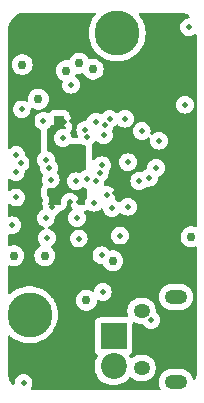
<source format=gbr>
%TF.GenerationSoftware,KiCad,Pcbnew,8.0.0*%
%TF.CreationDate,2025-01-24T21:55:31-08:00*%
%TF.ProjectId,Hope,486f7065-2e6b-4696-9361-645f70636258,rev?*%
%TF.SameCoordinates,Original*%
%TF.FileFunction,Copper,L2,Inr*%
%TF.FilePolarity,Positive*%
%FSLAX46Y46*%
G04 Gerber Fmt 4.6, Leading zero omitted, Abs format (unit mm)*
G04 Created by KiCad (PCBNEW 8.0.0) date 2025-01-24 21:55:31*
%MOMM*%
%LPD*%
G01*
G04 APERTURE LIST*
%TA.AperFunction,ComponentPad*%
%ADD10C,3.800000*%
%TD*%
%TA.AperFunction,ComponentPad*%
%ADD11O,1.400000X1.200000*%
%TD*%
%TA.AperFunction,ComponentPad*%
%ADD12O,1.900000X1.200000*%
%TD*%
%TA.AperFunction,ComponentPad*%
%ADD13R,2.200000X2.200000*%
%TD*%
%TA.AperFunction,ComponentPad*%
%ADD14C,2.200000*%
%TD*%
%TA.AperFunction,ViaPad*%
%ADD15C,0.500000*%
%TD*%
%TA.AperFunction,ViaPad*%
%ADD16C,0.750000*%
%TD*%
G04 APERTURE END LIST*
D10*
%TO.N,GND*%
%TO.C,H4*%
X2336800Y6908800D03*
%TD*%
D11*
%TO.N,unconnected-(J1-Shield-Pad6)*%
%TO.C,J1*%
X11824700Y7246000D03*
%TO.N,N/C*%
X11824700Y2406000D03*
D12*
X14724700Y1226000D03*
X14724700Y8426000D03*
%TD*%
D10*
%TO.N,GND*%
%TO.C,H3*%
X9753600Y30759400D03*
%TD*%
D13*
%TO.N,/Power/BATT POSTSW*%
%TO.C,J4*%
X9448800Y5080000D03*
D14*
%TO.N,GND*%
X9448800Y2540000D03*
%TD*%
D15*
%TO.N,GND*%
X7067600Y22555200D03*
X1219200Y20421600D03*
X12629688Y6467866D03*
X13287311Y21637067D03*
D16*
X3085000Y25159179D03*
X7147600Y8128000D03*
X9398000Y11480800D03*
X5435600Y27584400D03*
D15*
X5152619Y21864622D03*
D16*
X3631798Y11913802D03*
X7721600Y27686000D03*
D15*
X6350000Y15115600D03*
X5842000Y26388000D03*
D16*
X6553200Y28194000D03*
D15*
X10670063Y19819140D03*
D16*
X1727200Y28092400D03*
D15*
X10007600Y13616400D03*
X3708400Y15087600D03*
D16*
X16002000Y13512800D03*
D15*
X1205813Y16837144D03*
D16*
X1016000Y11913802D03*
D15*
X7206084Y21975989D03*
%TO.N,+1V1*%
X6493282Y16455476D03*
X5232400Y23215600D03*
X4224963Y15998331D03*
%TO.N,+3V3*%
X15798800Y28092400D03*
D16*
X4419600Y8686800D03*
D15*
X5749166Y16491803D03*
D16*
X1039217Y2719761D03*
X13284200Y22733000D03*
D15*
X9321800Y24888798D03*
X10552781Y21419140D03*
X1778000Y17965200D03*
X12298765Y20960165D03*
D16*
X11351686Y11608280D03*
D15*
X5951135Y23309665D03*
X9603324Y17183347D03*
X1828800Y21765200D03*
X3230642Y16630358D03*
%TO.N,+BATT*%
X8534400Y8839200D03*
X8432800Y11938000D03*
%TO.N,Net-(D1-K)*%
X15849600Y31242000D03*
%TO.N,Net-(D2-A)*%
X1828800Y1117600D03*
%TO.N,/MCU/QSPI_SS*%
X8859914Y17084121D03*
X9296400Y15951200D03*
%TO.N,/MCU/RUN*%
X1676400Y24292000D03*
X3517600Y23315340D03*
%TO.N,/MCU/LEDINDICATION*%
X8626400Y22098000D03*
X15494000Y24688800D03*
%TO.N,/MCU/DIO2*%
X8477739Y19570375D03*
%TO.N,/MCU/BUSY*%
X8686800Y22961600D03*
%TO.N,/MCU/DIO3*%
X8280400Y18897600D03*
%TO.N,/MCU/SCK*%
X3746144Y20014104D03*
%TO.N,/MCU/NSS*%
X1574800Y19761200D03*
%TO.N,/MCU/MISO*%
X4134468Y18358474D03*
%TO.N,/MCU/TXCOEN*%
X9117093Y23515200D03*
%TO.N,/MCU/MOSI*%
X4001164Y19340308D03*
%TO.N,/MCU/DIO1*%
X10423932Y23504400D03*
%TO.N,/MCU/QSPI_SD2*%
X10665580Y16050380D03*
X7810482Y16405197D03*
%TO.N,/MCU/QSPI_SCLK*%
X12446000Y18504920D03*
X7167850Y18418088D03*
%TO.N,/MCU/QSPI_SD3*%
X13055600Y19354800D03*
X6251826Y18215200D03*
%TO.N,/MCU/QSPI_SDO*%
X7924800Y18237200D03*
X11633200Y18237196D03*
%TO.N,/MCU/BATT SENSE *%
X6495470Y13365046D03*
X1168400Y18999200D03*
X3810000Y13411200D03*
X863600Y14478000D03*
%TO.N,/MCU/GPS_RX*%
X11836400Y22453600D03*
X7924800Y23266400D03*
%TD*%
%TA.AperFunction,Conductor*%
%TO.N,+1V1*%
G36*
X5211387Y23756077D02*
G01*
X5257142Y23703273D01*
X5267086Y23634115D01*
X5261389Y23610807D01*
X5214821Y23477727D01*
X5214821Y23477725D01*
X5195886Y23309668D01*
X5195886Y23309663D01*
X5214820Y23141609D01*
X5270680Y22981971D01*
X5270682Y22981968D01*
X5360653Y22838781D01*
X5360658Y22838775D01*
X5383196Y22816237D01*
X5416681Y22754914D01*
X5411697Y22685222D01*
X5369825Y22629289D01*
X5304361Y22604872D01*
X5281632Y22605336D01*
X5152623Y22619871D01*
X5152616Y22619871D01*
X4984562Y22600937D01*
X4824924Y22545077D01*
X4824921Y22545075D01*
X4681734Y22455104D01*
X4681728Y22455099D01*
X4562142Y22335513D01*
X4562137Y22335507D01*
X4472166Y22192320D01*
X4472164Y22192317D01*
X4416304Y22032679D01*
X4397370Y21864625D01*
X4397370Y21864620D01*
X4416304Y21696566D01*
X4472164Y21536928D01*
X4472166Y21536925D01*
X4562137Y21393738D01*
X4562142Y21393732D01*
X4681728Y21274146D01*
X4681734Y21274141D01*
X4824921Y21184170D01*
X4824924Y21184168D01*
X4824928Y21184167D01*
X4824929Y21184166D01*
X4897532Y21158762D01*
X4984562Y21128308D01*
X5152616Y21109373D01*
X5152619Y21109373D01*
X5152622Y21109373D01*
X5320675Y21128308D01*
X5361542Y21142608D01*
X5480309Y21184166D01*
X5480311Y21184168D01*
X5480313Y21184168D01*
X5480316Y21184170D01*
X5623503Y21274141D01*
X5623504Y21274142D01*
X5623509Y21274145D01*
X5650407Y21301043D01*
X5711730Y21334528D01*
X5738088Y21337362D01*
X6776099Y21337362D01*
X6842071Y21318356D01*
X6869625Y21301043D01*
X6878394Y21295533D01*
X7038025Y21239676D01*
X7038026Y21239676D01*
X7038029Y21239675D01*
X7043728Y21238374D01*
X7104708Y21204268D01*
X7137569Y21142608D01*
X7140135Y21118710D01*
X7158297Y19284303D01*
X7139277Y19217072D01*
X7086929Y19170796D01*
X7048187Y19159855D01*
X6999796Y19154403D01*
X6840157Y19098544D01*
X6840152Y19098541D01*
X6696962Y19008568D01*
X6637968Y18949574D01*
X6576644Y18916090D01*
X6509332Y18920215D01*
X6419886Y18951514D01*
X6251829Y18970449D01*
X6251823Y18970449D01*
X6083769Y18951515D01*
X5924131Y18895655D01*
X5924128Y18895653D01*
X5780941Y18805682D01*
X5780935Y18805677D01*
X5661349Y18686091D01*
X5661344Y18686085D01*
X5571373Y18542898D01*
X5571371Y18542895D01*
X5515511Y18383257D01*
X5496577Y18215203D01*
X5496577Y18215198D01*
X5515511Y18047144D01*
X5571371Y17887506D01*
X5571373Y17887503D01*
X5661344Y17744316D01*
X5661349Y17744310D01*
X5780935Y17624724D01*
X5780941Y17624719D01*
X5924128Y17534748D01*
X5924131Y17534746D01*
X5924135Y17534745D01*
X5924136Y17534744D01*
X5996739Y17509340D01*
X6083769Y17478886D01*
X6251823Y17459951D01*
X6251826Y17459951D01*
X6251829Y17459951D01*
X6419882Y17478886D01*
X6428641Y17481951D01*
X6579516Y17534744D01*
X6722716Y17624723D01*
X6781707Y17683715D01*
X6843027Y17717199D01*
X6910342Y17713074D01*
X6999790Y17681775D01*
X7065333Y17674390D01*
X7129748Y17647324D01*
X7169303Y17589730D01*
X7175445Y17552398D01*
X7182368Y16853152D01*
X7163369Y16785954D01*
X7130026Y16732889D01*
X7074167Y16573254D01*
X7055233Y16405200D01*
X7055233Y16405195D01*
X7062078Y16344446D01*
X7050024Y16275624D01*
X7002675Y16224245D01*
X6938858Y16206562D01*
X6611032Y16206562D01*
X6543993Y16226247D01*
X6498238Y16279051D01*
X6487812Y16344446D01*
X6504415Y16491801D01*
X6504415Y16491806D01*
X6485480Y16659860D01*
X6429620Y16819498D01*
X6429618Y16819501D01*
X6339647Y16962688D01*
X6339642Y16962694D01*
X6220056Y17082280D01*
X6220050Y17082285D01*
X6076863Y17172256D01*
X6076860Y17172258D01*
X5917222Y17228118D01*
X5749169Y17247052D01*
X5749163Y17247052D01*
X5581109Y17228118D01*
X5421471Y17172258D01*
X5421468Y17172256D01*
X5278281Y17082285D01*
X5278275Y17082280D01*
X5158689Y16962694D01*
X5158684Y16962688D01*
X5068713Y16819501D01*
X5068711Y16819498D01*
X5012851Y16659860D01*
X4993917Y16491806D01*
X4993917Y16491801D01*
X5010520Y16344446D01*
X4998466Y16275624D01*
X4951117Y16224244D01*
X4887300Y16206562D01*
X4052231Y16206562D01*
X3985192Y16226247D01*
X3939437Y16279051D01*
X3929493Y16348209D01*
X3935189Y16371517D01*
X3946974Y16405195D01*
X3966955Y16462299D01*
X3966955Y16462300D01*
X3966956Y16462302D01*
X3985891Y16630356D01*
X3985891Y16630361D01*
X3966955Y16798416D01*
X3911098Y16958049D01*
X3848133Y17058255D01*
X3829129Y17123300D01*
X3826331Y17498267D01*
X3845514Y17565447D01*
X3897975Y17611595D01*
X3964211Y17622408D01*
X4134465Y17603225D01*
X4134468Y17603225D01*
X4134471Y17603225D01*
X4302524Y17622160D01*
X4309849Y17624723D01*
X4462158Y17678018D01*
X4462160Y17678020D01*
X4462162Y17678020D01*
X4462165Y17678022D01*
X4605352Y17767993D01*
X4605353Y17767994D01*
X4605358Y17767997D01*
X4724945Y17887584D01*
X4814920Y18030777D01*
X4814922Y18030780D01*
X4814922Y18030782D01*
X4814924Y18030784D01*
X4870781Y18190415D01*
X4870781Y18190416D01*
X4870782Y18190418D01*
X4889717Y18358472D01*
X4889717Y18358477D01*
X4870782Y18526531D01*
X4840328Y18613561D01*
X4814924Y18686164D01*
X4814923Y18686165D01*
X4814922Y18686169D01*
X4814920Y18686172D01*
X4724949Y18829359D01*
X4724944Y18829365D01*
X4697547Y18856762D01*
X4664062Y18918085D01*
X4669046Y18987777D01*
X4680232Y19010410D01*
X4681620Y19012618D01*
X4737477Y19172249D01*
X4756413Y19340308D01*
X4745005Y19441558D01*
X4737478Y19508365D01*
X4681618Y19668003D01*
X4681616Y19668006D01*
X4591645Y19811193D01*
X4591640Y19811199D01*
X4532209Y19870630D01*
X4498724Y19931953D01*
X4496670Y19972193D01*
X4501393Y20014104D01*
X4501393Y20014107D01*
X4482458Y20182161D01*
X4426598Y20341799D01*
X4426596Y20341802D01*
X4336625Y20484989D01*
X4336620Y20484995D01*
X4217034Y20604581D01*
X4217028Y20604586D01*
X4073841Y20694557D01*
X4073836Y20694560D01*
X3972225Y20730115D01*
X3914203Y20750417D01*
X3914201Y20750418D01*
X3914199Y20750418D01*
X3911252Y20750750D01*
X3909480Y20751495D01*
X3907415Y20751966D01*
X3907497Y20752328D01*
X3846840Y20777820D01*
X3807288Y20835417D01*
X3801146Y20873041D01*
X3788781Y22529922D01*
X3807965Y22597103D01*
X3846802Y22635835D01*
X3988490Y22724863D01*
X4108077Y22844450D01*
X4167305Y22938710D01*
X4178003Y22955735D01*
X4230337Y23002025D01*
X4282996Y23013762D01*
X4394771Y23013762D01*
X4394771Y23651762D01*
X4414456Y23718801D01*
X4467260Y23764556D01*
X4518771Y23775762D01*
X5144348Y23775762D01*
X5211387Y23756077D01*
G37*
%TD.AperFunction*%
%TD*%
%TA.AperFunction,Conductor*%
%TO.N,+3V3*%
G36*
X7881206Y32479815D02*
G01*
X7926961Y32427011D01*
X7936905Y32357853D01*
X7909710Y32296459D01*
X7807716Y32173171D01*
X7807713Y32173167D01*
X7645868Y31918139D01*
X7645865Y31918133D01*
X7517261Y31644837D01*
X7517259Y31644832D01*
X7423920Y31357565D01*
X7367319Y31060854D01*
X7367318Y31060847D01*
X7348354Y30759406D01*
X7348354Y30759395D01*
X7367318Y30457954D01*
X7367319Y30457947D01*
X7423920Y30161236D01*
X7517259Y29873969D01*
X7517261Y29873964D01*
X7645865Y29600668D01*
X7645868Y29600662D01*
X7807711Y29345637D01*
X7807714Y29345633D01*
X7807715Y29345632D01*
X8000251Y29112896D01*
X8195402Y28929636D01*
X8220436Y28906128D01*
X8220446Y28906120D01*
X8464793Y28728592D01*
X8464798Y28728590D01*
X8464805Y28728584D01*
X8729496Y28583068D01*
X8729501Y28583066D01*
X8729503Y28583065D01*
X8729504Y28583064D01*
X9010334Y28471876D01*
X9010337Y28471875D01*
X9093768Y28450454D01*
X9302902Y28396758D01*
X9449639Y28378221D01*
X9602563Y28358901D01*
X9602569Y28358901D01*
X9602573Y28358900D01*
X9602575Y28358900D01*
X9904625Y28358900D01*
X9904627Y28358900D01*
X9904632Y28358901D01*
X9904636Y28358901D01*
X9984191Y28368952D01*
X10204298Y28396758D01*
X10496862Y28471875D01*
X10496865Y28471876D01*
X10777695Y28583064D01*
X10777696Y28583065D01*
X10777694Y28583065D01*
X10777704Y28583068D01*
X11042395Y28728584D01*
X11286762Y28906126D01*
X11506949Y29112896D01*
X11699485Y29345632D01*
X11861333Y29600664D01*
X11989941Y29873970D01*
X12083281Y30161240D01*
X12139880Y30457943D01*
X12139881Y30457954D01*
X12158846Y30759395D01*
X12158846Y30759406D01*
X12139881Y31060847D01*
X12139880Y31060854D01*
X12139880Y31060857D01*
X12083281Y31357560D01*
X11989941Y31644830D01*
X11957914Y31712890D01*
X11936365Y31758684D01*
X11861333Y31918136D01*
X11728801Y32126973D01*
X11699486Y32173167D01*
X11699483Y32173171D01*
X11597490Y32296459D01*
X11569924Y32360661D01*
X11581445Y32429575D01*
X11628394Y32481320D01*
X11693033Y32499500D01*
X14934108Y32499500D01*
X14995572Y32499500D01*
X15004418Y32499184D01*
X15204561Y32484870D01*
X15222063Y32482353D01*
X15413797Y32440645D01*
X15430755Y32435666D01*
X15614609Y32367091D01*
X15630701Y32359741D01*
X15802904Y32265712D01*
X15817789Y32256146D01*
X15872130Y32215466D01*
X15914001Y32159532D01*
X15918985Y32089841D01*
X15885499Y32028518D01*
X15824176Y31995034D01*
X15811703Y31992980D01*
X15681544Y31978315D01*
X15521905Y31922455D01*
X15521902Y31922453D01*
X15378715Y31832482D01*
X15378709Y31832477D01*
X15259123Y31712891D01*
X15259118Y31712885D01*
X15169147Y31569698D01*
X15169145Y31569695D01*
X15113285Y31410057D01*
X15094351Y31242003D01*
X15094351Y31241998D01*
X15113285Y31073944D01*
X15169145Y30914306D01*
X15169147Y30914303D01*
X15259118Y30771116D01*
X15259123Y30771110D01*
X15378709Y30651524D01*
X15378715Y30651519D01*
X15521902Y30561548D01*
X15521905Y30561546D01*
X15521909Y30561545D01*
X15521910Y30561544D01*
X15584503Y30539642D01*
X15681543Y30505686D01*
X15849597Y30486751D01*
X15849600Y30486751D01*
X15849603Y30486751D01*
X16017656Y30505686D01*
X16017659Y30505687D01*
X16177290Y30561544D01*
X16309528Y30644636D01*
X16376764Y30663636D01*
X16443599Y30643269D01*
X16488813Y30590001D01*
X16499500Y30539642D01*
X16499500Y14440596D01*
X16479815Y14373557D01*
X16427011Y14327802D01*
X16357853Y14317858D01*
X16325065Y14327316D01*
X16274033Y14350037D01*
X16094019Y14388300D01*
X15909981Y14388300D01*
X15729966Y14350037D01*
X15729961Y14350035D01*
X15561839Y14275181D01*
X15561834Y14275179D01*
X15412951Y14167009D01*
X15412949Y14167007D01*
X15289804Y14030239D01*
X15197786Y13870860D01*
X15197783Y13870854D01*
X15142989Y13702212D01*
X15140915Y13695829D01*
X15121678Y13512800D01*
X15140915Y13329771D01*
X15140916Y13329768D01*
X15197783Y13154747D01*
X15197786Y13154741D01*
X15289805Y12995360D01*
X15380924Y12894162D01*
X15412949Y12858594D01*
X15412951Y12858592D01*
X15561834Y12750422D01*
X15561835Y12750422D01*
X15561839Y12750419D01*
X15650331Y12711020D01*
X15729961Y12675566D01*
X15729966Y12675564D01*
X15909981Y12637300D01*
X16094019Y12637300D01*
X16274034Y12675564D01*
X16325064Y12698284D01*
X16394314Y12707569D01*
X16457590Y12677941D01*
X16494804Y12618807D01*
X16499500Y12585005D01*
X16499500Y2004428D01*
X16499184Y1995581D01*
X16484869Y1795443D01*
X16482351Y1777932D01*
X16440646Y1586213D01*
X16435661Y1569237D01*
X16389162Y1444571D01*
X16347291Y1388637D01*
X16281826Y1364221D01*
X16213553Y1379073D01*
X16164148Y1428479D01*
X16150508Y1468507D01*
X16148102Y1483701D01*
X16094573Y1648445D01*
X16015932Y1802788D01*
X15914114Y1942928D01*
X15791628Y2065414D01*
X15651488Y2167232D01*
X15497145Y2245873D01*
X15332401Y2299402D01*
X15332399Y2299403D01*
X15332398Y2299403D01*
X15200971Y2320219D01*
X15161311Y2326500D01*
X14288089Y2326500D01*
X14248428Y2320219D01*
X14117002Y2299403D01*
X13952252Y2245872D01*
X13797911Y2167232D01*
X13717956Y2109141D01*
X13657772Y2065414D01*
X13657770Y2065412D01*
X13657769Y2065412D01*
X13535288Y1942931D01*
X13535288Y1942930D01*
X13535286Y1942928D01*
X13491559Y1882744D01*
X13433468Y1802789D01*
X13354828Y1648448D01*
X13301297Y1483698D01*
X13274200Y1312611D01*
X13274200Y1139390D01*
X13300729Y971887D01*
X13301298Y968299D01*
X13334292Y866754D01*
X13354828Y803553D01*
X13417376Y680795D01*
X13430272Y612125D01*
X13403996Y547385D01*
X13346889Y507128D01*
X13306891Y500500D01*
X2551769Y500500D01*
X2484730Y520185D01*
X2438975Y572989D01*
X2429031Y642147D01*
X2446775Y690472D01*
X2484693Y750819D01*
X2509256Y789910D01*
X2565113Y949541D01*
X2565113Y949542D01*
X2565114Y949544D01*
X2584049Y1117598D01*
X2584049Y1117603D01*
X2565114Y1285657D01*
X2515138Y1428479D01*
X2509256Y1445290D01*
X2509255Y1445291D01*
X2509254Y1445295D01*
X2509252Y1445298D01*
X2419281Y1588485D01*
X2419276Y1588491D01*
X2299690Y1708077D01*
X2299684Y1708082D01*
X2156497Y1798053D01*
X2156494Y1798055D01*
X1996856Y1853915D01*
X1828803Y1872849D01*
X1828797Y1872849D01*
X1660743Y1853915D01*
X1501105Y1798055D01*
X1501102Y1798053D01*
X1357915Y1708082D01*
X1357909Y1708077D01*
X1238323Y1588491D01*
X1238318Y1588485D01*
X1148347Y1445298D01*
X1148345Y1445295D01*
X1092485Y1285657D01*
X1073551Y1117603D01*
X1073551Y1114349D01*
X1072956Y1112324D01*
X1072771Y1110680D01*
X1072483Y1110713D01*
X1053866Y1047310D01*
X1001062Y1001555D01*
X931904Y991611D01*
X868348Y1020636D01*
X850284Y1040038D01*
X775909Y1139390D01*
X743849Y1182216D01*
X734288Y1197096D01*
X640259Y1369299D01*
X632909Y1385391D01*
X610565Y1445298D01*
X564334Y1569245D01*
X559355Y1586203D01*
X517647Y1777937D01*
X515130Y1795444D01*
X514943Y1798053D01*
X500816Y1995582D01*
X500500Y2004428D01*
X500500Y2540000D01*
X7843351Y2540000D01*
X7863117Y2288849D01*
X7921926Y2043890D01*
X8018333Y1811141D01*
X8149960Y1596347D01*
X8149961Y1596344D01*
X8175377Y1566586D01*
X8313576Y1404776D01*
X8429813Y1305500D01*
X8505143Y1241162D01*
X8505146Y1241161D01*
X8719940Y1109534D01*
X8887720Y1040038D01*
X8952689Y1013127D01*
X9197652Y954317D01*
X9448800Y934551D01*
X9699948Y954317D01*
X9944911Y1013127D01*
X10177659Y1109534D01*
X10392459Y1241164D01*
X10584024Y1404776D01*
X10747636Y1596341D01*
X10752983Y1605067D01*
X10804788Y1651943D01*
X10873716Y1663372D01*
X10937882Y1635721D01*
X10946394Y1627964D01*
X11007772Y1566586D01*
X11147912Y1464768D01*
X11302255Y1386127D01*
X11466999Y1332598D01*
X11638089Y1305500D01*
X11638090Y1305500D01*
X12011310Y1305500D01*
X12011311Y1305500D01*
X12182401Y1332598D01*
X12347145Y1386127D01*
X12501488Y1464768D01*
X12641628Y1566586D01*
X12764114Y1689072D01*
X12865932Y1829212D01*
X12944573Y1983555D01*
X12998102Y2148299D01*
X13025200Y2319389D01*
X13025200Y2492611D01*
X12998102Y2663701D01*
X12944573Y2828445D01*
X12865932Y2982788D01*
X12764114Y3122928D01*
X12641628Y3245414D01*
X12501488Y3347232D01*
X12347145Y3425873D01*
X12182401Y3479402D01*
X12182399Y3479403D01*
X12182398Y3479403D01*
X12050971Y3500219D01*
X12011311Y3506500D01*
X11638089Y3506500D01*
X11598428Y3500219D01*
X11467002Y3479403D01*
X11302252Y3425872D01*
X11147907Y3347230D01*
X11037318Y3266882D01*
X10971512Y3243402D01*
X10903458Y3259228D01*
X10858706Y3302410D01*
X10798279Y3401017D01*
X10780034Y3468462D01*
X10801150Y3535065D01*
X10829691Y3565071D01*
X10906346Y3622454D01*
X10992596Y3737669D01*
X11042891Y3872517D01*
X11049300Y3932127D01*
X11049299Y6152666D01*
X11068984Y6219704D01*
X11121787Y6265459D01*
X11190946Y6275403D01*
X11229590Y6263152D01*
X11302255Y6226127D01*
X11466999Y6172598D01*
X11638089Y6145500D01*
X11877355Y6145500D01*
X11944394Y6125815D01*
X11982347Y6087474D01*
X12022627Y6023369D01*
X12039211Y5996976D01*
X12158797Y5877390D01*
X12158803Y5877385D01*
X12301990Y5787414D01*
X12301993Y5787412D01*
X12301997Y5787411D01*
X12301998Y5787410D01*
X12374601Y5762006D01*
X12461631Y5731552D01*
X12629685Y5712617D01*
X12629688Y5712617D01*
X12629691Y5712617D01*
X12797744Y5731552D01*
X12797747Y5731553D01*
X12957378Y5787410D01*
X12957380Y5787412D01*
X12957382Y5787412D01*
X12957385Y5787414D01*
X13100572Y5877385D01*
X13100573Y5877386D01*
X13100578Y5877389D01*
X13220165Y5996976D01*
X13277028Y6087472D01*
X13310140Y6140169D01*
X13310142Y6140172D01*
X13310142Y6140174D01*
X13310144Y6140176D01*
X13366001Y6299807D01*
X13366001Y6299808D01*
X13366002Y6299810D01*
X13384937Y6467864D01*
X13384937Y6467869D01*
X13366002Y6635923D01*
X13310142Y6795561D01*
X13310140Y6795564D01*
X13220169Y6938751D01*
X13220164Y6938757D01*
X13100580Y7058341D01*
X13100578Y7058343D01*
X13083225Y7069247D01*
X13036935Y7121583D01*
X13025200Y7174239D01*
X13025200Y7332611D01*
X13019972Y7365620D01*
X12998102Y7503701D01*
X12944573Y7668445D01*
X12865932Y7822788D01*
X12764114Y7962928D01*
X12641628Y8085414D01*
X12501488Y8187232D01*
X12347145Y8265873D01*
X12182401Y8319402D01*
X12182399Y8319403D01*
X12182398Y8319403D01*
X12056211Y8339389D01*
X13274200Y8339389D01*
X13277366Y8319402D01*
X13300778Y8171577D01*
X13301298Y8168299D01*
X13354827Y8003555D01*
X13433468Y7849212D01*
X13535286Y7709072D01*
X13657772Y7586586D01*
X13797912Y7484768D01*
X13952255Y7406127D01*
X14116999Y7352598D01*
X14288089Y7325500D01*
X14288090Y7325500D01*
X15161310Y7325500D01*
X15161311Y7325500D01*
X15332401Y7352598D01*
X15497145Y7406127D01*
X15651488Y7484768D01*
X15791628Y7586586D01*
X15914114Y7709072D01*
X16015932Y7849212D01*
X16094573Y8003555D01*
X16148102Y8168299D01*
X16175200Y8339389D01*
X16175200Y8512611D01*
X16148102Y8683701D01*
X16094573Y8848445D01*
X16015932Y9002788D01*
X15914114Y9142928D01*
X15791628Y9265414D01*
X15651488Y9367232D01*
X15497145Y9445873D01*
X15332401Y9499402D01*
X15332399Y9499403D01*
X15332398Y9499403D01*
X15200971Y9520219D01*
X15161311Y9526500D01*
X14288089Y9526500D01*
X14248428Y9520219D01*
X14117002Y9499403D01*
X13952252Y9445872D01*
X13797911Y9367232D01*
X13719264Y9310091D01*
X13657772Y9265414D01*
X13657770Y9265412D01*
X13657769Y9265412D01*
X13535288Y9142931D01*
X13535288Y9142930D01*
X13535286Y9142928D01*
X13493298Y9085137D01*
X13433468Y9002789D01*
X13354828Y8848448D01*
X13301297Y8683698D01*
X13280962Y8555306D01*
X13274200Y8512611D01*
X13274200Y8339389D01*
X12056211Y8339389D01*
X12050971Y8340219D01*
X12011311Y8346500D01*
X11638089Y8346500D01*
X11598428Y8340219D01*
X11467002Y8319403D01*
X11302252Y8265872D01*
X11147911Y8187232D01*
X11067956Y8129141D01*
X11007772Y8085414D01*
X11007770Y8085412D01*
X11007769Y8085412D01*
X10885288Y7962931D01*
X10885288Y7962930D01*
X10885286Y7962928D01*
X10841559Y7902744D01*
X10783468Y7822789D01*
X10704828Y7668448D01*
X10651297Y7503698D01*
X10624200Y7332611D01*
X10624200Y7159390D01*
X10651297Y6988302D01*
X10698568Y6842818D01*
X10700563Y6772977D01*
X10664483Y6713144D01*
X10601782Y6682316D01*
X10580637Y6680500D01*
X8300929Y6680500D01*
X8300923Y6680499D01*
X8241316Y6674092D01*
X8106471Y6623798D01*
X8106464Y6623794D01*
X7991255Y6537548D01*
X7991252Y6537545D01*
X7905006Y6422336D01*
X7905002Y6422329D01*
X7854708Y6287483D01*
X7848301Y6227884D01*
X7848300Y6227865D01*
X7848300Y3932130D01*
X7848301Y3932124D01*
X7854708Y3872517D01*
X7905002Y3737672D01*
X7905006Y3737665D01*
X7991252Y3622456D01*
X7991255Y3622453D01*
X8067904Y3565073D01*
X8109775Y3509139D01*
X8114759Y3439448D01*
X8099320Y3401017D01*
X8018333Y3268860D01*
X7921926Y3036111D01*
X7863117Y2791152D01*
X7843351Y2540000D01*
X500500Y2540000D01*
X500500Y5053645D01*
X520185Y5120684D01*
X572989Y5166439D01*
X642147Y5176383D01*
X705703Y5147358D01*
X709384Y5144037D01*
X803636Y5055528D01*
X803646Y5055520D01*
X1047993Y4877992D01*
X1047998Y4877990D01*
X1048005Y4877984D01*
X1312696Y4732468D01*
X1312701Y4732466D01*
X1312703Y4732465D01*
X1312704Y4732464D01*
X1593534Y4621276D01*
X1593537Y4621275D01*
X1691059Y4596236D01*
X1886102Y4546158D01*
X2032839Y4527621D01*
X2185763Y4508301D01*
X2185769Y4508301D01*
X2185773Y4508300D01*
X2185775Y4508300D01*
X2487825Y4508300D01*
X2487827Y4508300D01*
X2487832Y4508301D01*
X2487836Y4508301D01*
X2567391Y4518352D01*
X2787498Y4546158D01*
X3080062Y4621275D01*
X3080065Y4621276D01*
X3360895Y4732464D01*
X3360896Y4732465D01*
X3360894Y4732465D01*
X3360904Y4732468D01*
X3625595Y4877984D01*
X3869962Y5055526D01*
X4090149Y5262296D01*
X4282685Y5495032D01*
X4444533Y5750064D01*
X4573141Y6023370D01*
X4666481Y6310640D01*
X4723080Y6607343D01*
X4724115Y6623796D01*
X4742046Y6908795D01*
X4742046Y6908806D01*
X4723081Y7210247D01*
X4723080Y7210254D01*
X4723080Y7210257D01*
X4666481Y7506960D01*
X4573141Y7794230D01*
X4547268Y7849212D01*
X4474640Y8003555D01*
X4444533Y8067536D01*
X4406162Y8128000D01*
X6267278Y8128000D01*
X6286515Y7944971D01*
X6286516Y7944968D01*
X6343383Y7769947D01*
X6343386Y7769941D01*
X6435405Y7610560D01*
X6531621Y7503701D01*
X6558549Y7473794D01*
X6558551Y7473792D01*
X6707434Y7365622D01*
X6707435Y7365622D01*
X6707439Y7365619D01*
X6797548Y7325500D01*
X6875561Y7290766D01*
X6875566Y7290764D01*
X7055581Y7252500D01*
X7239619Y7252500D01*
X7419634Y7290764D01*
X7587761Y7365619D01*
X7736650Y7473793D01*
X7859795Y7610560D01*
X7951814Y7769941D01*
X8008685Y7944971D01*
X8021228Y8064320D01*
X8047813Y8128932D01*
X8105110Y8168917D01*
X8174929Y8171577D01*
X8199992Y8160850D01*
X8200434Y8161766D01*
X8206705Y8158746D01*
X8206709Y8158745D01*
X8206710Y8158744D01*
X8279313Y8133340D01*
X8366343Y8102886D01*
X8534397Y8083951D01*
X8534400Y8083951D01*
X8534403Y8083951D01*
X8702456Y8102886D01*
X8702459Y8102887D01*
X8862090Y8158744D01*
X8862092Y8158746D01*
X8862094Y8158746D01*
X8862097Y8158748D01*
X9005284Y8248719D01*
X9005285Y8248720D01*
X9005290Y8248723D01*
X9124877Y8368310D01*
X9214852Y8511503D01*
X9214854Y8511506D01*
X9214854Y8511508D01*
X9214856Y8511510D01*
X9270713Y8671141D01*
X9270713Y8671142D01*
X9270714Y8671144D01*
X9289649Y8839198D01*
X9289649Y8839203D01*
X9270714Y9007257D01*
X9240260Y9094287D01*
X9214856Y9166890D01*
X9214855Y9166891D01*
X9214854Y9166895D01*
X9214852Y9166898D01*
X9124881Y9310085D01*
X9124876Y9310091D01*
X9005290Y9429677D01*
X9005284Y9429682D01*
X8862097Y9519653D01*
X8862094Y9519655D01*
X8702456Y9575515D01*
X8534403Y9594449D01*
X8534397Y9594449D01*
X8366343Y9575515D01*
X8206705Y9519655D01*
X8206702Y9519653D01*
X8063515Y9429682D01*
X8063509Y9429677D01*
X7943923Y9310091D01*
X7943918Y9310085D01*
X7853947Y9166898D01*
X7853945Y9166895D01*
X7798086Y9007257D01*
X7793839Y8969568D01*
X7766771Y8905155D01*
X7709176Y8865601D01*
X7639339Y8863464D01*
X7597735Y8883135D01*
X7587764Y8890379D01*
X7587763Y8890380D01*
X7587761Y8890381D01*
X7526712Y8917562D01*
X7419638Y8965235D01*
X7419633Y8965237D01*
X7239619Y9003500D01*
X7055581Y9003500D01*
X6875566Y8965237D01*
X6875561Y8965235D01*
X6707439Y8890381D01*
X6707434Y8890379D01*
X6558551Y8782209D01*
X6558549Y8782207D01*
X6435404Y8645439D01*
X6343386Y8486060D01*
X6343383Y8486054D01*
X6286516Y8311033D01*
X6286515Y8311029D01*
X6267278Y8128000D01*
X4406162Y8128000D01*
X4386651Y8158744D01*
X4282688Y8322564D01*
X4268769Y8339389D01*
X4090149Y8555304D01*
X3869962Y8762074D01*
X3869959Y8762076D01*
X3869953Y8762081D01*
X3625606Y8939609D01*
X3625599Y8939614D01*
X3625595Y8939616D01*
X3360904Y9085132D01*
X3360901Y9085134D01*
X3360896Y9085136D01*
X3360895Y9085137D01*
X3080065Y9196325D01*
X3080062Y9196326D01*
X2787495Y9271443D01*
X2487836Y9309300D01*
X2487827Y9309300D01*
X2185773Y9309300D01*
X2185763Y9309300D01*
X1886104Y9271443D01*
X1593537Y9196326D01*
X1593534Y9196325D01*
X1312704Y9085137D01*
X1312703Y9085136D01*
X1048005Y8939616D01*
X1047993Y8939609D01*
X803646Y8762081D01*
X803636Y8762073D01*
X709384Y8673564D01*
X647039Y8642022D01*
X577538Y8649193D01*
X522948Y8692800D01*
X500599Y8759000D01*
X500500Y8763956D01*
X500500Y10994021D01*
X520185Y11061060D01*
X572989Y11106815D01*
X642147Y11116759D01*
X674936Y11107300D01*
X743961Y11076568D01*
X743966Y11076566D01*
X923981Y11038302D01*
X1108019Y11038302D01*
X1288034Y11076566D01*
X1456161Y11151421D01*
X1605050Y11259595D01*
X1728195Y11396362D01*
X1820214Y11555743D01*
X1877085Y11730773D01*
X1896322Y11913802D01*
X2751476Y11913802D01*
X2770713Y11730773D01*
X2770714Y11730770D01*
X2827581Y11555749D01*
X2827584Y11555743D01*
X2919603Y11396362D01*
X3008374Y11297771D01*
X3042747Y11259596D01*
X3042749Y11259594D01*
X3191632Y11151424D01*
X3191633Y11151424D01*
X3191637Y11151421D01*
X3291824Y11106815D01*
X3359759Y11076568D01*
X3359764Y11076566D01*
X3539779Y11038302D01*
X3723817Y11038302D01*
X3903832Y11076566D01*
X4071959Y11151421D01*
X4220848Y11259595D01*
X4343993Y11396362D01*
X4436012Y11555743D01*
X4492883Y11730773D01*
X4512120Y11913802D01*
X4509577Y11937998D01*
X7677551Y11937998D01*
X7696485Y11769944D01*
X7752345Y11610306D01*
X7752347Y11610303D01*
X7842318Y11467116D01*
X7842323Y11467110D01*
X7961909Y11347524D01*
X7961915Y11347519D01*
X8105102Y11257548D01*
X8105105Y11257546D01*
X8105109Y11257545D01*
X8105110Y11257544D01*
X8177713Y11232140D01*
X8264743Y11201686D01*
X8432797Y11182751D01*
X8432799Y11182751D01*
X8432799Y11182752D01*
X8432800Y11182751D01*
X8470744Y11187027D01*
X8539565Y11174974D01*
X8590945Y11127626D01*
X8592016Y11125807D01*
X8593785Y11122742D01*
X8593786Y11122741D01*
X8685805Y10963360D01*
X8795327Y10841723D01*
X8808949Y10826594D01*
X8808951Y10826592D01*
X8957834Y10718422D01*
X8957835Y10718422D01*
X8957839Y10718419D01*
X9094953Y10657372D01*
X9125961Y10643566D01*
X9125966Y10643564D01*
X9305981Y10605300D01*
X9490019Y10605300D01*
X9670034Y10643564D01*
X9838161Y10718419D01*
X9987050Y10826593D01*
X10110195Y10963360D01*
X10202214Y11122741D01*
X10259085Y11297771D01*
X10278322Y11480800D01*
X10259085Y11663829D01*
X10202214Y11838859D01*
X10110195Y11998240D01*
X9987050Y12135007D01*
X9987048Y12135009D01*
X9838165Y12243179D01*
X9838162Y12243181D01*
X9838161Y12243181D01*
X9773745Y12271861D01*
X9670038Y12318035D01*
X9670033Y12318037D01*
X9490019Y12356300D01*
X9305981Y12356300D01*
X9170441Y12327490D01*
X9100774Y12332806D01*
X9045040Y12374943D01*
X9039667Y12382807D01*
X9023279Y12408887D01*
X9023278Y12408889D01*
X8903690Y12528477D01*
X8903684Y12528482D01*
X8760497Y12618453D01*
X8760494Y12618455D01*
X8600856Y12674315D01*
X8432803Y12693249D01*
X8432797Y12693249D01*
X8264743Y12674315D01*
X8105105Y12618455D01*
X8105102Y12618453D01*
X7961915Y12528482D01*
X7961909Y12528477D01*
X7842323Y12408891D01*
X7842318Y12408885D01*
X7752347Y12265698D01*
X7752345Y12265695D01*
X7696485Y12106057D01*
X7677551Y11938003D01*
X7677551Y11937998D01*
X4509577Y11937998D01*
X4492883Y12096831D01*
X4455859Y12210779D01*
X4436014Y12271856D01*
X4436011Y12271862D01*
X4343993Y12431242D01*
X4220848Y12568009D01*
X4210499Y12575528D01*
X4167834Y12630858D01*
X4161856Y12700472D01*
X4194463Y12762266D01*
X4217409Y12780836D01*
X4280890Y12820723D01*
X4400477Y12940310D01*
X4400481Y12940316D01*
X4490452Y13083503D01*
X4490454Y13083506D01*
X4490454Y13083508D01*
X4490456Y13083510D01*
X4546313Y13243141D01*
X4546313Y13243142D01*
X4546314Y13243144D01*
X4560049Y13365044D01*
X5740221Y13365044D01*
X5759155Y13196990D01*
X5815015Y13037352D01*
X5815017Y13037349D01*
X5904988Y12894162D01*
X5904993Y12894156D01*
X6024579Y12774570D01*
X6024585Y12774565D01*
X6167772Y12684594D01*
X6167775Y12684592D01*
X6167779Y12684591D01*
X6167780Y12684590D01*
X6240383Y12659186D01*
X6327413Y12628732D01*
X6495467Y12609797D01*
X6495470Y12609797D01*
X6495473Y12609797D01*
X6663526Y12628732D01*
X6688012Y12637300D01*
X6823160Y12684590D01*
X6823162Y12684592D01*
X6823164Y12684592D01*
X6823167Y12684594D01*
X6966354Y12774565D01*
X6966355Y12774566D01*
X6966360Y12774569D01*
X7085947Y12894156D01*
X7085951Y12894162D01*
X7175922Y13037349D01*
X7175924Y13037352D01*
X7175924Y13037354D01*
X7175926Y13037356D01*
X7231783Y13196987D01*
X7231783Y13196988D01*
X7231784Y13196990D01*
X7250719Y13365044D01*
X7250719Y13365049D01*
X7231784Y13533103D01*
X7202638Y13616398D01*
X9252351Y13616398D01*
X9271285Y13448344D01*
X9327145Y13288706D01*
X9327147Y13288703D01*
X9417118Y13145516D01*
X9417123Y13145510D01*
X9536709Y13025924D01*
X9536715Y13025919D01*
X9679902Y12935948D01*
X9679905Y12935946D01*
X9679909Y12935945D01*
X9679910Y12935944D01*
X9752513Y12910540D01*
X9839543Y12880086D01*
X10007597Y12861151D01*
X10007600Y12861151D01*
X10007603Y12861151D01*
X10175656Y12880086D01*
X10215883Y12894162D01*
X10335290Y12935944D01*
X10335292Y12935946D01*
X10335294Y12935946D01*
X10335297Y12935948D01*
X10478484Y13025919D01*
X10478485Y13025920D01*
X10478490Y13025923D01*
X10598077Y13145510D01*
X10603881Y13154747D01*
X10688052Y13288703D01*
X10688054Y13288706D01*
X10688054Y13288708D01*
X10688056Y13288710D01*
X10743913Y13448341D01*
X10743913Y13448342D01*
X10743914Y13448344D01*
X10762849Y13616398D01*
X10762849Y13616403D01*
X10743914Y13784457D01*
X10707851Y13887519D01*
X10688056Y13944090D01*
X10688055Y13944091D01*
X10688054Y13944095D01*
X10688052Y13944098D01*
X10598081Y14087285D01*
X10598076Y14087291D01*
X10478490Y14206877D01*
X10478484Y14206882D01*
X10335297Y14296853D01*
X10335294Y14296855D01*
X10175656Y14352715D01*
X10007603Y14371649D01*
X10007597Y14371649D01*
X9839543Y14352715D01*
X9679905Y14296855D01*
X9679902Y14296853D01*
X9536715Y14206882D01*
X9536709Y14206877D01*
X9417123Y14087291D01*
X9417118Y14087285D01*
X9327147Y13944098D01*
X9327145Y13944095D01*
X9271285Y13784457D01*
X9252351Y13616403D01*
X9252351Y13616398D01*
X7202638Y13616398D01*
X7175924Y13692741D01*
X7175922Y13692744D01*
X7085951Y13835931D01*
X7085946Y13835937D01*
X6966360Y13955523D01*
X6966354Y13955528D01*
X6823167Y14045499D01*
X6823164Y14045501D01*
X6663526Y14101361D01*
X6495473Y14120295D01*
X6495467Y14120295D01*
X6327413Y14101361D01*
X6167775Y14045501D01*
X6167772Y14045499D01*
X6024585Y13955528D01*
X6024579Y13955523D01*
X5904993Y13835937D01*
X5904988Y13835931D01*
X5815017Y13692744D01*
X5815015Y13692741D01*
X5759155Y13533103D01*
X5740221Y13365049D01*
X5740221Y13365044D01*
X4560049Y13365044D01*
X4565249Y13411198D01*
X4565249Y13411203D01*
X4546314Y13579257D01*
X4490454Y13738895D01*
X4490452Y13738898D01*
X4400481Y13882085D01*
X4400476Y13882091D01*
X4280890Y14001677D01*
X4280884Y14001682D01*
X4137697Y14091653D01*
X4137694Y14091655D01*
X3971486Y14149813D01*
X3972435Y14152527D01*
X3922712Y14180376D01*
X3889888Y14242056D01*
X3895622Y14311690D01*
X3938093Y14367170D01*
X3970375Y14384150D01*
X4036090Y14407144D01*
X4036093Y14407147D01*
X4036097Y14407148D01*
X4179284Y14497119D01*
X4179285Y14497120D01*
X4179290Y14497123D01*
X4298877Y14616710D01*
X4316471Y14644710D01*
X4388852Y14759903D01*
X4388854Y14759906D01*
X4388854Y14759908D01*
X4388856Y14759910D01*
X4444713Y14919541D01*
X4444713Y14919542D01*
X4444714Y14919544D01*
X4463649Y15087598D01*
X4463649Y15087603D01*
X4453135Y15180913D01*
X4465189Y15249735D01*
X4512538Y15301114D01*
X4535398Y15311838D01*
X4552653Y15317875D01*
X4552658Y15317879D01*
X4552660Y15317879D01*
X4695847Y15407850D01*
X4695848Y15407851D01*
X4695853Y15407854D01*
X4815440Y15527441D01*
X4897171Y15657515D01*
X4949502Y15703803D01*
X4985452Y15714409D01*
X5022275Y15719415D01*
X5086092Y15737097D01*
X5211275Y15790830D01*
X5322844Y15881681D01*
X5370193Y15933061D01*
X5370194Y15933063D01*
X5370242Y15933135D01*
X5374906Y15939891D01*
X5375043Y15940125D01*
X5451647Y16051667D01*
X5496386Y16188414D01*
X5508440Y16257236D01*
X5509215Y16282568D01*
X5530939Y16348973D01*
X5585117Y16393093D01*
X5654547Y16400918D01*
X5717186Y16369964D01*
X5753146Y16310059D01*
X5756377Y16292665D01*
X5756968Y16287420D01*
X5812827Y16127782D01*
X5812829Y16127779D01*
X5902800Y15984592D01*
X5902805Y15984586D01*
X5954751Y15932640D01*
X5988236Y15871317D01*
X5983252Y15801625D01*
X5941380Y15745692D01*
X5933043Y15739966D01*
X5879111Y15706079D01*
X5759523Y15586491D01*
X5759518Y15586485D01*
X5669547Y15443298D01*
X5669545Y15443295D01*
X5613685Y15283657D01*
X5594751Y15115603D01*
X5594751Y15115598D01*
X5613685Y14947544D01*
X5669545Y14787906D01*
X5669547Y14787903D01*
X5759518Y14644716D01*
X5759523Y14644710D01*
X5879109Y14525124D01*
X5879115Y14525119D01*
X6022302Y14435148D01*
X6022305Y14435146D01*
X6022309Y14435145D01*
X6022310Y14435144D01*
X6094913Y14409740D01*
X6181943Y14379286D01*
X6349997Y14360351D01*
X6350000Y14360351D01*
X6350003Y14360351D01*
X6518056Y14379286D01*
X6518059Y14379287D01*
X6677690Y14435144D01*
X6677692Y14435146D01*
X6677694Y14435146D01*
X6677697Y14435148D01*
X6820884Y14525119D01*
X6820885Y14525120D01*
X6820890Y14525123D01*
X6940477Y14644710D01*
X6940481Y14644716D01*
X7030452Y14787903D01*
X7030454Y14787906D01*
X7030454Y14787908D01*
X7030456Y14787910D01*
X7086313Y14947541D01*
X7086313Y14947542D01*
X7086314Y14947544D01*
X7105249Y15115598D01*
X7105249Y15115603D01*
X7086314Y15283657D01*
X7042857Y15407850D01*
X7030456Y15443290D01*
X7030454Y15443293D01*
X7030454Y15443294D01*
X6976393Y15529330D01*
X6957392Y15596567D01*
X6977759Y15663402D01*
X7031027Y15708616D01*
X7064678Y15718172D01*
X7073841Y15719417D01*
X7137658Y15737100D01*
X7262829Y15790828D01*
X7262829Y15790829D01*
X7270759Y15794232D01*
X7272181Y15790918D01*
X7323317Y15804492D01*
X7386052Y15785527D01*
X7482789Y15724743D01*
X7482787Y15724743D01*
X7482791Y15724742D01*
X7482792Y15724741D01*
X7528875Y15708616D01*
X7642425Y15668883D01*
X7810479Y15649948D01*
X7810482Y15649948D01*
X7810485Y15649948D01*
X7978538Y15668883D01*
X8004813Y15678077D01*
X8138172Y15724741D01*
X8138174Y15724743D01*
X8138176Y15724743D01*
X8138179Y15724745D01*
X8281366Y15814716D01*
X8281366Y15814717D01*
X8281372Y15814720D01*
X8346596Y15879945D01*
X8407915Y15913427D01*
X8477607Y15908443D01*
X8533541Y15866572D01*
X8557494Y15806146D01*
X8560086Y15783144D01*
X8615945Y15623506D01*
X8615947Y15623503D01*
X8705918Y15480316D01*
X8705923Y15480310D01*
X8825509Y15360724D01*
X8825515Y15360719D01*
X8968702Y15270748D01*
X8968705Y15270746D01*
X8968709Y15270745D01*
X8968710Y15270744D01*
X9028751Y15249735D01*
X9128343Y15214886D01*
X9296397Y15195951D01*
X9296400Y15195951D01*
X9296403Y15195951D01*
X9464456Y15214886D01*
X9464459Y15214887D01*
X9624090Y15270744D01*
X9624092Y15270746D01*
X9624094Y15270746D01*
X9624097Y15270748D01*
X9767284Y15360719D01*
X9767285Y15360720D01*
X9767290Y15360723D01*
X9886877Y15480310D01*
X9915055Y15525155D01*
X9967388Y15571446D01*
X10036441Y15582095D01*
X10100290Y15553720D01*
X10107729Y15546864D01*
X10194689Y15459904D01*
X10194695Y15459899D01*
X10337882Y15369928D01*
X10337885Y15369926D01*
X10337889Y15369925D01*
X10337890Y15369924D01*
X10364197Y15360719D01*
X10497523Y15314066D01*
X10665577Y15295131D01*
X10665580Y15295131D01*
X10665583Y15295131D01*
X10833636Y15314066D01*
X10833639Y15314067D01*
X10993270Y15369924D01*
X10993272Y15369926D01*
X10993274Y15369926D01*
X10993277Y15369928D01*
X11136464Y15459899D01*
X11136465Y15459900D01*
X11136470Y15459903D01*
X11256057Y15579490D01*
X11257694Y15582095D01*
X11346032Y15722683D01*
X11346034Y15722686D01*
X11346034Y15722688D01*
X11346036Y15722690D01*
X11401893Y15882321D01*
X11401893Y15882322D01*
X11401894Y15882324D01*
X11420829Y16050378D01*
X11420829Y16050383D01*
X11401894Y16218437D01*
X11353352Y16357162D01*
X11346036Y16378070D01*
X11346035Y16378071D01*
X11346034Y16378075D01*
X11346032Y16378078D01*
X11256061Y16521265D01*
X11256056Y16521271D01*
X11136470Y16640857D01*
X11136464Y16640862D01*
X10993277Y16730833D01*
X10993274Y16730835D01*
X10833636Y16786695D01*
X10665583Y16805629D01*
X10665577Y16805629D01*
X10497523Y16786695D01*
X10337885Y16730835D01*
X10337882Y16730833D01*
X10194695Y16640862D01*
X10194689Y16640857D01*
X10075103Y16521271D01*
X10075101Y16521268D01*
X10046924Y16476425D01*
X9994589Y16430134D01*
X9925535Y16419487D01*
X9861687Y16447863D01*
X9854250Y16454717D01*
X9767290Y16541677D01*
X9767284Y16541682D01*
X9624097Y16631653D01*
X9617817Y16634677D01*
X9618811Y16636743D01*
X9570856Y16671153D01*
X9545121Y16736111D01*
X9551560Y16788409D01*
X9596227Y16916060D01*
X9596227Y16916062D01*
X9615163Y17084119D01*
X9615163Y17084124D01*
X9596228Y17252178D01*
X9552768Y17376378D01*
X9540370Y17411811D01*
X9540369Y17411812D01*
X9540368Y17411816D01*
X9540366Y17411819D01*
X9450395Y17555006D01*
X9450390Y17555012D01*
X9330804Y17674598D01*
X9330798Y17674603D01*
X9187611Y17764574D01*
X9187608Y17764576D01*
X9027970Y17820436D01*
X8859917Y17839370D01*
X8859910Y17839370D01*
X8765357Y17828717D01*
X8696535Y17840772D01*
X8645156Y17888121D01*
X8627532Y17955732D01*
X8634433Y17992892D01*
X8661113Y18069139D01*
X8661113Y18069142D01*
X8676414Y18204937D01*
X8689968Y18237194D01*
X10877951Y18237194D01*
X10896885Y18069140D01*
X10952745Y17909502D01*
X10952747Y17909499D01*
X11042718Y17766312D01*
X11042722Y17766307D01*
X11162309Y17646720D01*
X11162315Y17646715D01*
X11305502Y17556744D01*
X11305505Y17556742D01*
X11305509Y17556741D01*
X11305510Y17556740D01*
X11310466Y17555006D01*
X11465143Y17500882D01*
X11633197Y17481947D01*
X11633200Y17481947D01*
X11633203Y17481947D01*
X11801256Y17500882D01*
X11849025Y17517597D01*
X11960890Y17556740D01*
X11960892Y17556742D01*
X11960894Y17556742D01*
X11960897Y17556744D01*
X12104084Y17646715D01*
X12104084Y17646716D01*
X12104090Y17646719D01*
X12189017Y17731647D01*
X12250336Y17765129D01*
X12290579Y17767183D01*
X12445998Y17749671D01*
X12446000Y17749671D01*
X12446003Y17749671D01*
X12614056Y17768606D01*
X12657358Y17783758D01*
X12773690Y17824464D01*
X12773692Y17824466D01*
X12773694Y17824466D01*
X12773697Y17824468D01*
X12916884Y17914439D01*
X12916885Y17914440D01*
X12916890Y17914443D01*
X13036477Y18034030D01*
X13036481Y18034036D01*
X13126452Y18177223D01*
X13126454Y18177226D01*
X13126454Y18177228D01*
X13126456Y18177230D01*
X13182313Y18336861D01*
X13182313Y18336862D01*
X13182314Y18336864D01*
X13192929Y18431083D01*
X13201249Y18504920D01*
X13200860Y18508368D01*
X13201249Y18510586D01*
X13201249Y18511884D01*
X13201476Y18511884D01*
X13212911Y18577186D01*
X13260258Y18628568D01*
X13283120Y18639294D01*
X13383290Y18674344D01*
X13383292Y18674345D01*
X13383297Y18674348D01*
X13526484Y18764319D01*
X13526485Y18764320D01*
X13526490Y18764323D01*
X13646077Y18883910D01*
X13702376Y18973509D01*
X13736052Y19027103D01*
X13736054Y19027106D01*
X13736054Y19027108D01*
X13736056Y19027110D01*
X13791913Y19186741D01*
X13791913Y19186742D01*
X13791914Y19186744D01*
X13810849Y19354798D01*
X13810849Y19354803D01*
X13791914Y19522857D01*
X13736054Y19682495D01*
X13736052Y19682498D01*
X13646081Y19825685D01*
X13646076Y19825691D01*
X13526490Y19945277D01*
X13526484Y19945282D01*
X13383297Y20035253D01*
X13383294Y20035255D01*
X13223656Y20091115D01*
X13055603Y20110049D01*
X13055597Y20110049D01*
X12887543Y20091115D01*
X12727905Y20035255D01*
X12727902Y20035253D01*
X12584715Y19945282D01*
X12584709Y19945277D01*
X12465123Y19825691D01*
X12465118Y19825685D01*
X12375147Y19682498D01*
X12375145Y19682495D01*
X12319285Y19522857D01*
X12300351Y19354803D01*
X12300351Y19354800D01*
X12300740Y19351346D01*
X12300351Y19349126D01*
X12300351Y19347837D01*
X12300125Y19347837D01*
X12288682Y19282524D01*
X12241331Y19231147D01*
X12218474Y19220426D01*
X12118313Y19185378D01*
X12118302Y19185373D01*
X11975115Y19095402D01*
X11975108Y19095396D01*
X11890183Y19010472D01*
X11828860Y18976987D01*
X11788620Y18974934D01*
X11633204Y18992445D01*
X11633197Y18992445D01*
X11465143Y18973511D01*
X11305505Y18917651D01*
X11305502Y18917649D01*
X11162315Y18827678D01*
X11162309Y18827673D01*
X11042723Y18708087D01*
X11042718Y18708081D01*
X10952747Y18564894D01*
X10952745Y18564891D01*
X10896885Y18405253D01*
X10877951Y18237199D01*
X10877951Y18237194D01*
X8689968Y18237194D01*
X8703480Y18269351D01*
X8733663Y18296048D01*
X8751290Y18307123D01*
X8870877Y18426710D01*
X8873625Y18431083D01*
X8960852Y18569903D01*
X8960854Y18569906D01*
X8960854Y18569908D01*
X8960856Y18569910D01*
X9016713Y18729541D01*
X9016713Y18729542D01*
X9016714Y18729544D01*
X9035649Y18897598D01*
X9035649Y18897603D01*
X9025189Y18990432D01*
X9037243Y19059254D01*
X9060728Y19091998D01*
X9068216Y19099485D01*
X9158195Y19242685D01*
X9214052Y19402316D01*
X9214052Y19402317D01*
X9214053Y19402319D01*
X9232988Y19570373D01*
X9232988Y19570378D01*
X9214053Y19738432D01*
X9185813Y19819138D01*
X9914814Y19819138D01*
X9933748Y19651084D01*
X9989608Y19491446D01*
X9989610Y19491443D01*
X10079581Y19348256D01*
X10079586Y19348250D01*
X10199172Y19228664D01*
X10199178Y19228659D01*
X10342365Y19138688D01*
X10342368Y19138686D01*
X10342372Y19138685D01*
X10342373Y19138684D01*
X10414976Y19113280D01*
X10502006Y19082826D01*
X10670060Y19063891D01*
X10670063Y19063891D01*
X10670066Y19063891D01*
X10838119Y19082826D01*
X10838122Y19082827D01*
X10997753Y19138684D01*
X10997755Y19138686D01*
X10997757Y19138686D01*
X10997760Y19138688D01*
X11140947Y19228659D01*
X11140948Y19228660D01*
X11140953Y19228663D01*
X11260540Y19348250D01*
X11260544Y19348256D01*
X11350515Y19491443D01*
X11350517Y19491446D01*
X11350517Y19491448D01*
X11350519Y19491450D01*
X11406376Y19651081D01*
X11406376Y19651082D01*
X11406377Y19651084D01*
X11425312Y19819138D01*
X11425312Y19819143D01*
X11406377Y19987197D01*
X11350517Y20146835D01*
X11350515Y20146838D01*
X11260544Y20290025D01*
X11260539Y20290031D01*
X11140953Y20409617D01*
X11140947Y20409622D01*
X10997760Y20499593D01*
X10997757Y20499595D01*
X10838119Y20555455D01*
X10670066Y20574389D01*
X10670060Y20574389D01*
X10502006Y20555455D01*
X10342368Y20499595D01*
X10342365Y20499593D01*
X10199178Y20409622D01*
X10199172Y20409617D01*
X10079586Y20290031D01*
X10079581Y20290025D01*
X9989610Y20146838D01*
X9989608Y20146835D01*
X9933748Y19987197D01*
X9914814Y19819143D01*
X9914814Y19819138D01*
X9185813Y19819138D01*
X9158193Y19898070D01*
X9158191Y19898073D01*
X9068220Y20041260D01*
X9068215Y20041266D01*
X8948629Y20160852D01*
X8948623Y20160857D01*
X8805436Y20250828D01*
X8805433Y20250830D01*
X8645795Y20306690D01*
X8477742Y20325624D01*
X8477736Y20325624D01*
X8309682Y20306690D01*
X8150044Y20250830D01*
X8150041Y20250828D01*
X8006854Y20160857D01*
X8006848Y20160852D01*
X7887262Y20041266D01*
X7887259Y20041262D01*
X7884709Y20037203D01*
X7832372Y19990915D01*
X7763318Y19980270D01*
X7699471Y20008649D01*
X7661102Y20067041D01*
X7655725Y20101950D01*
X7645610Y21123715D01*
X7642746Y21172677D01*
X7640180Y21196575D01*
X7632582Y21245041D01*
X7632578Y21245051D01*
X7631106Y21250790D01*
X7632827Y21251232D01*
X7629059Y21312696D01*
X7663165Y21373675D01*
X7672640Y21382057D01*
X7676962Y21385505D01*
X7676974Y21385512D01*
X7796561Y21505099D01*
X7853281Y21595369D01*
X7905616Y21641659D01*
X7974670Y21652307D01*
X8038518Y21623932D01*
X8045956Y21617077D01*
X8155509Y21507524D01*
X8155515Y21507519D01*
X8298702Y21417548D01*
X8298705Y21417546D01*
X8298709Y21417545D01*
X8298710Y21417544D01*
X8371313Y21392140D01*
X8458343Y21361686D01*
X8626397Y21342751D01*
X8626400Y21342751D01*
X8626403Y21342751D01*
X8794456Y21361686D01*
X8794459Y21361687D01*
X8954090Y21417544D01*
X8954092Y21417546D01*
X8954094Y21417546D01*
X8954097Y21417548D01*
X9097284Y21507519D01*
X9097285Y21507520D01*
X9097290Y21507523D01*
X9216877Y21627110D01*
X9223132Y21637065D01*
X9306852Y21770303D01*
X9306854Y21770306D01*
X9306854Y21770308D01*
X9306856Y21770310D01*
X9362713Y21929941D01*
X9362713Y21929942D01*
X9362714Y21929944D01*
X9381649Y22097998D01*
X9381649Y22098003D01*
X9362714Y22266057D01*
X9326451Y22369690D01*
X9306856Y22425690D01*
X9306853Y22425694D01*
X9306032Y22427401D01*
X9305831Y22428616D01*
X9304556Y22432262D01*
X9305194Y22432486D01*
X9301717Y22453598D01*
X11081151Y22453598D01*
X11100085Y22285544D01*
X11155945Y22125906D01*
X11155947Y22125903D01*
X11245918Y21982716D01*
X11245923Y21982710D01*
X11365509Y21863124D01*
X11365515Y21863119D01*
X11508702Y21773148D01*
X11508705Y21773146D01*
X11508709Y21773145D01*
X11508710Y21773144D01*
X11581313Y21747740D01*
X11668343Y21717286D01*
X11836397Y21698351D01*
X11836400Y21698351D01*
X11836403Y21698351D01*
X12004456Y21717286D01*
X12004459Y21717287D01*
X12164090Y21773144D01*
X12164092Y21773146D01*
X12164094Y21773146D01*
X12164097Y21773148D01*
X12307284Y21863119D01*
X12307285Y21863120D01*
X12307290Y21863123D01*
X12338730Y21894564D01*
X12400050Y21928048D01*
X12469742Y21923064D01*
X12525676Y21881194D01*
X12550094Y21815730D01*
X12549630Y21792999D01*
X12532062Y21637072D01*
X12532062Y21637065D01*
X12550996Y21469011D01*
X12606856Y21309373D01*
X12606858Y21309370D01*
X12696829Y21166183D01*
X12696834Y21166177D01*
X12816420Y21046591D01*
X12816426Y21046586D01*
X12959613Y20956615D01*
X12959616Y20956613D01*
X12959620Y20956612D01*
X12959621Y20956611D01*
X13000054Y20942463D01*
X13119254Y20900753D01*
X13287308Y20881818D01*
X13287311Y20881818D01*
X13287314Y20881818D01*
X13455367Y20900753D01*
X13455370Y20900754D01*
X13615001Y20956611D01*
X13615003Y20956613D01*
X13615005Y20956613D01*
X13615008Y20956615D01*
X13758195Y21046586D01*
X13758196Y21046587D01*
X13758201Y21046590D01*
X13877788Y21166177D01*
X13896876Y21196555D01*
X13967763Y21309370D01*
X13967765Y21309373D01*
X13967765Y21309375D01*
X13967767Y21309377D01*
X14023624Y21469008D01*
X14023624Y21469009D01*
X14023625Y21469011D01*
X14042560Y21637065D01*
X14042560Y21637070D01*
X14023625Y21805124D01*
X13980612Y21928048D01*
X13967767Y21964757D01*
X13967766Y21964758D01*
X13967765Y21964762D01*
X13967763Y21964765D01*
X13877792Y22107952D01*
X13877787Y22107958D01*
X13758201Y22227544D01*
X13758195Y22227549D01*
X13615008Y22317520D01*
X13615005Y22317522D01*
X13455367Y22373382D01*
X13287314Y22392316D01*
X13287308Y22392316D01*
X13119254Y22373382D01*
X12959616Y22317522D01*
X12959613Y22317520D01*
X12816426Y22227549D01*
X12816419Y22227543D01*
X12784980Y22196104D01*
X12723656Y22162619D01*
X12653965Y22167605D01*
X12598032Y22209477D01*
X12573616Y22274942D01*
X12574080Y22297670D01*
X12591649Y22453598D01*
X12591649Y22453603D01*
X12572714Y22621657D01*
X12538703Y22718855D01*
X12516856Y22781290D01*
X12516855Y22781291D01*
X12516854Y22781295D01*
X12516852Y22781298D01*
X12426881Y22924485D01*
X12426876Y22924491D01*
X12307290Y23044077D01*
X12307284Y23044082D01*
X12164097Y23134053D01*
X12164094Y23134055D01*
X12004456Y23189915D01*
X11836403Y23208849D01*
X11836397Y23208849D01*
X11668343Y23189915D01*
X11508705Y23134055D01*
X11508702Y23134053D01*
X11365515Y23044082D01*
X11365509Y23044077D01*
X11245923Y22924491D01*
X11245918Y22924485D01*
X11155947Y22781298D01*
X11155945Y22781295D01*
X11100085Y22621657D01*
X11081151Y22453603D01*
X11081151Y22453598D01*
X9301717Y22453598D01*
X9294678Y22496342D01*
X9312758Y22547178D01*
X9317798Y22555198D01*
X9367256Y22633910D01*
X9421156Y22787951D01*
X9461876Y22844724D01*
X9472211Y22851979D01*
X9587983Y22924723D01*
X9677434Y23014175D01*
X9738753Y23047657D01*
X9808445Y23042673D01*
X9852793Y23014172D01*
X9953041Y22913924D01*
X9953047Y22913919D01*
X10096234Y22823948D01*
X10096237Y22823946D01*
X10096241Y22823945D01*
X10096242Y22823944D01*
X10168845Y22798540D01*
X10255875Y22768086D01*
X10423929Y22749151D01*
X10423932Y22749151D01*
X10423935Y22749151D01*
X10591988Y22768086D01*
X10629746Y22781298D01*
X10751622Y22823944D01*
X10751624Y22823946D01*
X10751626Y22823946D01*
X10751629Y22823948D01*
X10894816Y22913919D01*
X10894817Y22913920D01*
X10894822Y22913923D01*
X11014409Y23033510D01*
X11023225Y23047540D01*
X11104384Y23176703D01*
X11104386Y23176706D01*
X11104386Y23176708D01*
X11104388Y23176710D01*
X11160245Y23336341D01*
X11160245Y23336342D01*
X11160246Y23336344D01*
X11179181Y23504398D01*
X11179181Y23504403D01*
X11160246Y23672457D01*
X11104386Y23832095D01*
X11104384Y23832098D01*
X11014413Y23975285D01*
X11014408Y23975291D01*
X10894822Y24094877D01*
X10894816Y24094882D01*
X10751629Y24184853D01*
X10751626Y24184855D01*
X10591988Y24240715D01*
X10423935Y24259649D01*
X10423929Y24259649D01*
X10255875Y24240715D01*
X10096237Y24184855D01*
X10096234Y24184853D01*
X9953047Y24094882D01*
X9863593Y24005428D01*
X9802269Y23971944D01*
X9732578Y23976928D01*
X9688231Y24005429D01*
X9587983Y24105677D01*
X9587977Y24105682D01*
X9444790Y24195653D01*
X9444787Y24195655D01*
X9285149Y24251515D01*
X9117096Y24270449D01*
X9117090Y24270449D01*
X8949036Y24251515D01*
X8789398Y24195655D01*
X8789395Y24195653D01*
X8646208Y24105682D01*
X8646202Y24105677D01*
X8526614Y23986089D01*
X8497319Y23939465D01*
X8444985Y23893175D01*
X8375931Y23882527D01*
X8326354Y23900444D01*
X8252492Y23946855D01*
X8252491Y23946856D01*
X8252490Y23946856D01*
X8202629Y23964303D01*
X8092856Y24002715D01*
X7924803Y24021649D01*
X7924797Y24021649D01*
X7756743Y24002715D01*
X7597105Y23946855D01*
X7597102Y23946853D01*
X7453915Y23856882D01*
X7453909Y23856877D01*
X7334323Y23737291D01*
X7334318Y23737285D01*
X7244347Y23594098D01*
X7244344Y23594093D01*
X7188487Y23434458D01*
X7186922Y23420566D01*
X7159856Y23356152D01*
X7102262Y23316597D01*
X7074415Y23312158D01*
X7074520Y23311229D01*
X6899543Y23291515D01*
X6739905Y23235655D01*
X6739902Y23235653D01*
X6596715Y23145682D01*
X6596709Y23145677D01*
X6477123Y23026091D01*
X6477118Y23026085D01*
X6387147Y22882898D01*
X6387145Y22882895D01*
X6331285Y22723257D01*
X6312351Y22555203D01*
X6312351Y22555198D01*
X6331285Y22387144D01*
X6360491Y22303679D01*
X6387132Y22227543D01*
X6387145Y22227508D01*
X6442096Y22140054D01*
X6461096Y22072817D01*
X6460322Y22060199D01*
X6450835Y21975994D01*
X6450835Y21969025D01*
X6448243Y21969025D01*
X6438252Y21911938D01*
X6390910Y21860553D01*
X6327079Y21842862D01*
X6021133Y21842862D01*
X5954094Y21862547D01*
X5908339Y21915351D01*
X5897913Y21952979D01*
X5888933Y22032680D01*
X5833075Y22192313D01*
X5805864Y22235618D01*
X5786863Y22302854D01*
X5798782Y22341969D01*
X5799450Y22351305D01*
X5804368Y22360302D01*
X5807230Y22369690D01*
X5811578Y22375886D01*
X5816367Y22382282D01*
X5816373Y22382290D01*
X5885326Y22508571D01*
X5915909Y22649163D01*
X5920893Y22718855D01*
X5911319Y22852708D01*
X5917962Y22902503D01*
X5921959Y22913924D01*
X5957037Y23014172D01*
X5968713Y23047540D01*
X5968713Y23047541D01*
X5987649Y23215598D01*
X5987649Y23215603D01*
X5968714Y23383657D01*
X5912854Y23543295D01*
X5912852Y23543298D01*
X5822881Y23686485D01*
X5822876Y23686491D01*
X5789580Y23719787D01*
X5758284Y23772533D01*
X5754262Y23786231D01*
X5716961Y23913266D01*
X5639173Y24034305D01*
X5624141Y24051653D01*
X5593424Y24087103D01*
X5593420Y24087106D01*
X5593418Y24087109D01*
X5484684Y24181329D01*
X5484681Y24181331D01*
X5484679Y24181332D01*
X5353813Y24241098D01*
X5353808Y24241100D01*
X5353807Y24241100D01*
X5286768Y24260785D01*
X5286770Y24260785D01*
X5286765Y24260786D01*
X5219555Y24270449D01*
X5144348Y24281262D01*
X4518771Y24281262D01*
X4518762Y24281262D01*
X4518761Y24281261D01*
X4411320Y24269710D01*
X4411308Y24269708D01*
X4359798Y24258502D01*
X4257273Y24224379D01*
X4257267Y24224376D01*
X4136233Y24146591D01*
X4136222Y24146583D01*
X4083429Y24100839D01*
X4010185Y24016312D01*
X3951406Y23978538D01*
X3881536Y23978539D01*
X3850501Y23992522D01*
X3845292Y23995795D01*
X3845291Y23995796D01*
X3845290Y23995796D01*
X3806970Y24009205D01*
X3685656Y24051655D01*
X3517603Y24070589D01*
X3517597Y24070589D01*
X3349543Y24051655D01*
X3189905Y23995795D01*
X3189902Y23995793D01*
X3046715Y23905822D01*
X3046709Y23905817D01*
X2927123Y23786231D01*
X2927118Y23786225D01*
X2837147Y23643038D01*
X2837145Y23643035D01*
X2781285Y23483397D01*
X2762351Y23315343D01*
X2762351Y23315338D01*
X2781285Y23147284D01*
X2837145Y22987646D01*
X2837147Y22987643D01*
X2927118Y22844456D01*
X2927123Y22844450D01*
X3046709Y22724864D01*
X3046715Y22724859D01*
X3189902Y22634888D01*
X3189906Y22634887D01*
X3189910Y22634884D01*
X3200332Y22631238D01*
X3257109Y22590517D01*
X3282858Y22525565D01*
X3283377Y22515120D01*
X3295660Y20869274D01*
X3295660Y20869266D01*
X3302248Y20791607D01*
X3302251Y20791588D01*
X3308389Y20753987D01*
X3308393Y20753967D01*
X3314734Y20727942D01*
X3311477Y20658148D01*
X3278392Y20611291D01*
X3280178Y20609505D01*
X3155667Y20484995D01*
X3155662Y20484989D01*
X3065691Y20341802D01*
X3065689Y20341799D01*
X3009829Y20182161D01*
X2990895Y20014107D01*
X2990895Y20014102D01*
X3009829Y19846048D01*
X3065689Y19686410D01*
X3065691Y19686407D01*
X3155662Y19543220D01*
X3155667Y19543214D01*
X3215097Y19483784D01*
X3248582Y19422461D01*
X3250637Y19382222D01*
X3245915Y19340306D01*
X3264849Y19172252D01*
X3320709Y19012614D01*
X3320711Y19012611D01*
X3410682Y18869424D01*
X3410687Y18869418D01*
X3438084Y18842021D01*
X3471569Y18780698D01*
X3466585Y18711006D01*
X3455398Y18688370D01*
X3454012Y18686166D01*
X3398153Y18526531D01*
X3379219Y18358477D01*
X3379219Y18358472D01*
X3398153Y18190418D01*
X3454012Y18030783D01*
X3461012Y18019643D01*
X3480011Y17952406D01*
X3459642Y17885571D01*
X3450335Y17873173D01*
X3418236Y17835565D01*
X3359443Y17704246D01*
X3359442Y17704245D01*
X3341002Y17639665D01*
X3340444Y17637862D01*
X3340257Y17637058D01*
X3320845Y17494502D01*
X3320845Y17494495D01*
X3323642Y17119527D01*
X3343912Y16981544D01*
X3343912Y16981542D01*
X3362919Y16916488D01*
X3420115Y16789313D01*
X3420121Y16789302D01*
X3445342Y16749163D01*
X3457389Y16724148D01*
X3466396Y16698409D01*
X3472575Y16671335D01*
X3475627Y16644246D01*
X3475628Y16616482D01*
X3472573Y16589377D01*
X3466397Y16562311D01*
X3458052Y16538463D01*
X3458051Y16538459D01*
X3444147Y16491550D01*
X3444136Y16491510D01*
X3438444Y16468215D01*
X3429138Y16420143D01*
X3429138Y16276269D01*
X3431875Y16257239D01*
X3439083Y16207107D01*
X3439084Y16207104D01*
X3439085Y16207097D01*
X3471177Y16097801D01*
X3475421Y16048985D01*
X3469714Y15998327D01*
X3480227Y15905018D01*
X3468172Y15836196D01*
X3420823Y15784817D01*
X3397967Y15774095D01*
X3380707Y15768055D01*
X3380700Y15768052D01*
X3237515Y15678082D01*
X3237509Y15678077D01*
X3117923Y15558491D01*
X3117918Y15558485D01*
X3027947Y15415298D01*
X3027945Y15415295D01*
X2972085Y15255657D01*
X2953151Y15087603D01*
X2953151Y15087598D01*
X2972085Y14919544D01*
X3027945Y14759906D01*
X3027947Y14759903D01*
X3117918Y14616716D01*
X3117923Y14616710D01*
X3237509Y14497124D01*
X3237515Y14497119D01*
X3380702Y14407148D01*
X3380705Y14407146D01*
X3380709Y14407145D01*
X3380710Y14407144D01*
X3534456Y14353346D01*
X3546914Y14348987D01*
X3545959Y14346261D01*
X3595630Y14318484D01*
X3628494Y14256826D01*
X3622806Y14187188D01*
X3580373Y14131680D01*
X3548023Y14114651D01*
X3482313Y14091658D01*
X3482302Y14091653D01*
X3339115Y14001682D01*
X3339109Y14001677D01*
X3219523Y13882091D01*
X3219518Y13882085D01*
X3129547Y13738898D01*
X3129545Y13738895D01*
X3073685Y13579257D01*
X3054751Y13411203D01*
X3054751Y13411198D01*
X3073685Y13243144D01*
X3129545Y13083506D01*
X3129547Y13083503D01*
X3219518Y12940316D01*
X3219523Y12940310D01*
X3266113Y12893720D01*
X3299598Y12832397D01*
X3294614Y12762705D01*
X3252742Y12706772D01*
X3228869Y12692760D01*
X3191634Y12676182D01*
X3191632Y12676181D01*
X3042749Y12568011D01*
X3042747Y12568009D01*
X2919602Y12431241D01*
X2827584Y12271862D01*
X2827581Y12271856D01*
X2770714Y12096835D01*
X2770713Y12096831D01*
X2751476Y11913802D01*
X1896322Y11913802D01*
X1877085Y12096831D01*
X1840061Y12210779D01*
X1820216Y12271856D01*
X1820213Y12271862D01*
X1728195Y12431242D01*
X1605050Y12568009D01*
X1605048Y12568011D01*
X1456165Y12676181D01*
X1456162Y12676183D01*
X1456161Y12676183D01*
X1357064Y12720304D01*
X1288038Y12751037D01*
X1288033Y12751039D01*
X1108019Y12789302D01*
X923981Y12789302D01*
X743966Y12751039D01*
X743965Y12751039D01*
X674935Y12720304D01*
X605685Y12711020D01*
X542408Y12740649D01*
X505196Y12799784D01*
X500500Y12833584D01*
X500500Y13635173D01*
X520185Y13702212D01*
X572989Y13747967D01*
X642147Y13757911D01*
X665456Y13752214D01*
X695541Y13741687D01*
X863597Y13722751D01*
X863600Y13722751D01*
X863603Y13722751D01*
X1031656Y13741686D01*
X1049606Y13747967D01*
X1191290Y13797544D01*
X1191292Y13797546D01*
X1191294Y13797546D01*
X1191297Y13797548D01*
X1334484Y13887519D01*
X1334485Y13887520D01*
X1334490Y13887523D01*
X1454077Y14007110D01*
X1478200Y14045501D01*
X1544052Y14150303D01*
X1544054Y14150306D01*
X1544054Y14150308D01*
X1544056Y14150310D01*
X1599913Y14309941D01*
X1599913Y14309942D01*
X1599914Y14309944D01*
X1618849Y14477998D01*
X1618849Y14478003D01*
X1599914Y14646057D01*
X1544054Y14805695D01*
X1544052Y14805698D01*
X1454081Y14948885D01*
X1454076Y14948891D01*
X1334490Y15068477D01*
X1334484Y15068482D01*
X1191297Y15158453D01*
X1191294Y15158455D01*
X1031656Y15214315D01*
X863603Y15233249D01*
X863597Y15233249D01*
X695540Y15214314D01*
X665453Y15203786D01*
X595674Y15200225D01*
X535047Y15234955D01*
X502821Y15296949D01*
X500500Y15320828D01*
X500500Y16181728D01*
X520185Y16248767D01*
X572989Y16294522D01*
X642147Y16304466D01*
X705703Y16275441D01*
X712181Y16269409D01*
X734922Y16246668D01*
X734928Y16246663D01*
X878115Y16156692D01*
X878118Y16156690D01*
X878122Y16156689D01*
X878123Y16156688D01*
X950726Y16131284D01*
X1037756Y16100830D01*
X1205810Y16081895D01*
X1205813Y16081895D01*
X1205816Y16081895D01*
X1373869Y16100830D01*
X1426536Y16119259D01*
X1533503Y16156688D01*
X1533505Y16156690D01*
X1533507Y16156690D01*
X1533510Y16156692D01*
X1676697Y16246663D01*
X1676698Y16246664D01*
X1676703Y16246667D01*
X1796290Y16366254D01*
X1803720Y16378078D01*
X1886265Y16509447D01*
X1886267Y16509450D01*
X1886267Y16509452D01*
X1886269Y16509454D01*
X1942126Y16669085D01*
X1942126Y16669086D01*
X1942127Y16669088D01*
X1961062Y16837142D01*
X1961062Y16837147D01*
X1942127Y17005201D01*
X1910049Y17096875D01*
X1886269Y17164834D01*
X1886268Y17164835D01*
X1886267Y17164839D01*
X1886265Y17164842D01*
X1796294Y17308029D01*
X1796289Y17308035D01*
X1676703Y17427621D01*
X1676697Y17427626D01*
X1533510Y17517597D01*
X1533507Y17517599D01*
X1373869Y17573459D01*
X1205816Y17592393D01*
X1205810Y17592393D01*
X1037756Y17573459D01*
X878118Y17517599D01*
X878115Y17517597D01*
X734928Y17427626D01*
X734922Y17427621D01*
X712181Y17404879D01*
X650858Y17371394D01*
X581166Y17376378D01*
X525233Y17418250D01*
X500816Y17483714D01*
X500500Y17492560D01*
X500500Y18308345D01*
X520185Y18375384D01*
X572989Y18421139D01*
X642147Y18431083D01*
X690264Y18410280D01*
X691614Y18412427D01*
X840702Y18318748D01*
X840705Y18318746D01*
X840709Y18318745D01*
X840710Y18318744D01*
X870429Y18308345D01*
X1000343Y18262886D01*
X1168397Y18243951D01*
X1168400Y18243951D01*
X1168403Y18243951D01*
X1336456Y18262886D01*
X1354932Y18269351D01*
X1496090Y18318744D01*
X1496092Y18318746D01*
X1496094Y18318746D01*
X1496097Y18318748D01*
X1639284Y18408719D01*
X1639285Y18408720D01*
X1639290Y18408723D01*
X1758877Y18528310D01*
X1758881Y18528316D01*
X1848852Y18671503D01*
X1848854Y18671506D01*
X1848854Y18671508D01*
X1848856Y18671510D01*
X1904713Y18831141D01*
X1904713Y18831142D01*
X1904714Y18831144D01*
X1923649Y18999198D01*
X1923649Y18999200D01*
X1922393Y19010344D01*
X1934446Y19079164D01*
X1979640Y19129222D01*
X2045690Y19170723D01*
X2165277Y19290310D01*
X2201424Y19347837D01*
X2255252Y19433503D01*
X2255254Y19433506D01*
X2255254Y19433508D01*
X2255256Y19433510D01*
X2311113Y19593141D01*
X2311113Y19593142D01*
X2311114Y19593144D01*
X2330049Y19761198D01*
X2330049Y19761203D01*
X2311114Y19929257D01*
X2255254Y20088895D01*
X2255252Y20088898D01*
X2165281Y20232085D01*
X2165276Y20232091D01*
X2045690Y20351677D01*
X2028060Y20362755D01*
X1981770Y20415087D01*
X1970813Y20453862D01*
X1963868Y20515507D01*
X1955514Y20589656D01*
X1899654Y20749295D01*
X1899652Y20749298D01*
X1809681Y20892485D01*
X1809676Y20892491D01*
X1690090Y21012077D01*
X1690084Y21012082D01*
X1546897Y21102053D01*
X1546894Y21102055D01*
X1387256Y21157915D01*
X1219203Y21176849D01*
X1219197Y21176849D01*
X1051143Y21157915D01*
X891505Y21102055D01*
X891502Y21102053D01*
X748315Y21012082D01*
X748309Y21012077D01*
X712181Y20975948D01*
X650858Y20942463D01*
X581166Y20947447D01*
X525233Y20989319D01*
X500816Y21054783D01*
X500500Y21063629D01*
X500500Y24291998D01*
X921151Y24291998D01*
X940085Y24123944D01*
X995945Y23964306D01*
X995947Y23964303D01*
X1085918Y23821116D01*
X1085923Y23821110D01*
X1205509Y23701524D01*
X1205515Y23701519D01*
X1348702Y23611548D01*
X1348705Y23611546D01*
X1348709Y23611545D01*
X1348710Y23611544D01*
X1398591Y23594090D01*
X1508343Y23555686D01*
X1676397Y23536751D01*
X1676400Y23536751D01*
X1676403Y23536751D01*
X1844456Y23555686D01*
X1844459Y23555687D01*
X2004090Y23611544D01*
X2004092Y23611546D01*
X2004094Y23611546D01*
X2004097Y23611548D01*
X2147284Y23701519D01*
X2147285Y23701520D01*
X2147290Y23701523D01*
X2266877Y23821110D01*
X2273776Y23832090D01*
X2356852Y23964303D01*
X2356854Y23964306D01*
X2356854Y23964308D01*
X2356856Y23964310D01*
X2412713Y24123941D01*
X2412713Y24123942D01*
X2412714Y24123944D01*
X2431649Y24291998D01*
X2431649Y24292003D01*
X2431280Y24295277D01*
X2431649Y24297384D01*
X2431649Y24298964D01*
X2431926Y24298964D01*
X2443334Y24364099D01*
X2490683Y24415478D01*
X2558293Y24433103D01*
X2624699Y24411377D01*
X2627366Y24409493D01*
X2644839Y24396798D01*
X2764274Y24343622D01*
X2812961Y24321945D01*
X2812966Y24321943D01*
X2992981Y24283679D01*
X3177019Y24283679D01*
X3357034Y24321943D01*
X3525161Y24396798D01*
X3674050Y24504972D01*
X3797195Y24641739D01*
X3824365Y24688798D01*
X14738751Y24688798D01*
X14757685Y24520744D01*
X14813545Y24361106D01*
X14813547Y24361103D01*
X14903518Y24217916D01*
X14903523Y24217910D01*
X15023109Y24098324D01*
X15023115Y24098319D01*
X15166302Y24008348D01*
X15166305Y24008346D01*
X15166309Y24008345D01*
X15166310Y24008344D01*
X15238913Y23982940D01*
X15325943Y23952486D01*
X15493997Y23933551D01*
X15494000Y23933551D01*
X15494003Y23933551D01*
X15662056Y23952486D01*
X15695827Y23964303D01*
X15821690Y24008344D01*
X15821692Y24008346D01*
X15821694Y24008346D01*
X15821697Y24008348D01*
X15964884Y24098319D01*
X15964885Y24098320D01*
X15964890Y24098323D01*
X16084477Y24217910D01*
X16098805Y24240713D01*
X16174452Y24361103D01*
X16174454Y24361106D01*
X16174454Y24361108D01*
X16174456Y24361110D01*
X16230313Y24520741D01*
X16230313Y24520742D01*
X16230314Y24520744D01*
X16249249Y24688798D01*
X16249249Y24688803D01*
X16230314Y24856857D01*
X16189864Y24972456D01*
X16174456Y25016490D01*
X16174455Y25016491D01*
X16174454Y25016495D01*
X16174452Y25016498D01*
X16084481Y25159685D01*
X16084476Y25159691D01*
X15964890Y25279277D01*
X15964884Y25279282D01*
X15821697Y25369253D01*
X15821694Y25369255D01*
X15662056Y25425115D01*
X15494003Y25444049D01*
X15493997Y25444049D01*
X15325943Y25425115D01*
X15166305Y25369255D01*
X15166302Y25369253D01*
X15023115Y25279282D01*
X15023109Y25279277D01*
X14903523Y25159691D01*
X14903518Y25159685D01*
X14813547Y25016498D01*
X14813545Y25016495D01*
X14757685Y24856857D01*
X14738751Y24688803D01*
X14738751Y24688798D01*
X3824365Y24688798D01*
X3889214Y24801120D01*
X3946085Y24976150D01*
X3965322Y25159179D01*
X3946085Y25342208D01*
X3889214Y25517238D01*
X3797195Y25676619D01*
X3674050Y25813386D01*
X3674048Y25813388D01*
X3525165Y25921558D01*
X3525162Y25921560D01*
X3525161Y25921560D01*
X3464112Y25948741D01*
X3357038Y25996414D01*
X3357033Y25996416D01*
X3177019Y26034679D01*
X2992981Y26034679D01*
X2812966Y25996416D01*
X2812961Y25996414D01*
X2644839Y25921560D01*
X2644834Y25921558D01*
X2495951Y25813388D01*
X2495949Y25813386D01*
X2372804Y25676618D01*
X2280786Y25517239D01*
X2280783Y25517233D01*
X2223916Y25342212D01*
X2223915Y25342208D01*
X2217301Y25279277D01*
X2204678Y25159179D01*
X2213215Y25077950D01*
X2200645Y25009220D01*
X2152913Y24958196D01*
X2085172Y24941079D01*
X2023922Y24959995D01*
X2004092Y24972455D01*
X2004091Y24972456D01*
X2004090Y24972456D01*
X1965770Y24985865D01*
X1844456Y25028315D01*
X1676403Y25047249D01*
X1676397Y25047249D01*
X1508343Y25028315D01*
X1348705Y24972455D01*
X1348702Y24972453D01*
X1205515Y24882482D01*
X1205509Y24882477D01*
X1085923Y24762891D01*
X1085918Y24762885D01*
X995947Y24619698D01*
X995945Y24619695D01*
X940085Y24460057D01*
X921151Y24292003D01*
X921151Y24291998D01*
X500500Y24291998D01*
X500500Y28092400D01*
X846878Y28092400D01*
X866115Y27909371D01*
X866116Y27909368D01*
X922983Y27734347D01*
X922986Y27734341D01*
X1015005Y27574960D01*
X1079824Y27502971D01*
X1138149Y27438194D01*
X1138151Y27438192D01*
X1287034Y27330022D01*
X1287035Y27330022D01*
X1287039Y27330019D01*
X1424153Y27268972D01*
X1455161Y27255166D01*
X1455166Y27255164D01*
X1635181Y27216900D01*
X1819219Y27216900D01*
X1999234Y27255164D01*
X2167361Y27330019D01*
X2316250Y27438193D01*
X2439395Y27574960D01*
X2444845Y27584400D01*
X4555278Y27584400D01*
X4574515Y27401371D01*
X4574516Y27401368D01*
X4631383Y27226347D01*
X4631386Y27226341D01*
X4723405Y27066960D01*
X4803075Y26978477D01*
X4846549Y26930194D01*
X4846551Y26930192D01*
X4995434Y26822022D01*
X4995436Y26822021D01*
X4995439Y26822019D01*
X5067024Y26790148D01*
X5120259Y26744899D01*
X5140581Y26678050D01*
X5133629Y26635915D01*
X5105686Y26556058D01*
X5086751Y26388003D01*
X5086751Y26387998D01*
X5105685Y26219944D01*
X5161545Y26060306D01*
X5161547Y26060303D01*
X5251518Y25917116D01*
X5251523Y25917110D01*
X5371109Y25797524D01*
X5371115Y25797519D01*
X5514302Y25707548D01*
X5514305Y25707546D01*
X5514309Y25707545D01*
X5514310Y25707544D01*
X5586913Y25682140D01*
X5673943Y25651686D01*
X5841997Y25632751D01*
X5842000Y25632751D01*
X5842003Y25632751D01*
X6010056Y25651686D01*
X6010059Y25651687D01*
X6169690Y25707544D01*
X6169692Y25707546D01*
X6169694Y25707546D01*
X6169697Y25707548D01*
X6312884Y25797519D01*
X6312885Y25797520D01*
X6312890Y25797523D01*
X6432477Y25917110D01*
X6435273Y25921560D01*
X6522452Y26060303D01*
X6522454Y26060306D01*
X6522454Y26060308D01*
X6522456Y26060310D01*
X6578313Y26219941D01*
X6578313Y26219942D01*
X6578314Y26219944D01*
X6597249Y26387998D01*
X6597249Y26388003D01*
X6578314Y26556057D01*
X6522454Y26715695D01*
X6522452Y26715698D01*
X6432481Y26858885D01*
X6432476Y26858891D01*
X6312890Y26978477D01*
X6312887Y26978479D01*
X6255394Y27014605D01*
X6209103Y27066940D01*
X6198456Y27135993D01*
X6213978Y27181594D01*
X6239814Y27226341D01*
X6247622Y27250373D01*
X6287056Y27308048D01*
X6351414Y27335248D01*
X6391333Y27333348D01*
X6461181Y27318500D01*
X6461182Y27318500D01*
X6645219Y27318500D01*
X6804369Y27352329D01*
X6874036Y27347013D01*
X6929769Y27304876D01*
X6937534Y27293043D01*
X7009405Y27168560D01*
X7099539Y27068456D01*
X7132549Y27031794D01*
X7132551Y27031792D01*
X7281434Y26923622D01*
X7281435Y26923622D01*
X7281439Y26923619D01*
X7418553Y26862572D01*
X7449561Y26848766D01*
X7449566Y26848764D01*
X7629581Y26810500D01*
X7813619Y26810500D01*
X7993634Y26848764D01*
X8161761Y26923619D01*
X8310650Y27031793D01*
X8433795Y27168560D01*
X8525814Y27327941D01*
X8582685Y27502971D01*
X8601922Y27686000D01*
X8582685Y27869029D01*
X8525814Y28044059D01*
X8433795Y28203440D01*
X8310650Y28340207D01*
X8310648Y28340209D01*
X8161765Y28448379D01*
X8161762Y28448381D01*
X8161761Y28448381D01*
X8100712Y28475562D01*
X7993638Y28523235D01*
X7993633Y28523237D01*
X7813619Y28561500D01*
X7629581Y28561500D01*
X7470431Y28527672D01*
X7400764Y28532988D01*
X7345030Y28575125D01*
X7337263Y28586962D01*
X7311115Y28632251D01*
X7265395Y28711440D01*
X7142250Y28848207D01*
X7142248Y28848209D01*
X6993365Y28956379D01*
X6993362Y28956381D01*
X6993361Y28956381D01*
X6932312Y28983562D01*
X6825238Y29031235D01*
X6825233Y29031237D01*
X6645219Y29069500D01*
X6461181Y29069500D01*
X6281166Y29031237D01*
X6281161Y29031235D01*
X6113039Y28956381D01*
X6113034Y28956379D01*
X5964151Y28848209D01*
X5964149Y28848207D01*
X5841004Y28711439D01*
X5748986Y28552060D01*
X5748982Y28552052D01*
X5741175Y28528023D01*
X5701736Y28470348D01*
X5637377Y28443152D01*
X5597464Y28445054D01*
X5527619Y28459900D01*
X5343581Y28459900D01*
X5163566Y28421637D01*
X5163561Y28421635D01*
X4995439Y28346781D01*
X4995434Y28346779D01*
X4846551Y28238609D01*
X4846549Y28238607D01*
X4723404Y28101839D01*
X4631386Y27942460D01*
X4631383Y27942454D01*
X4574516Y27767433D01*
X4574515Y27767429D01*
X4555278Y27584400D01*
X2444845Y27584400D01*
X2531414Y27734341D01*
X2588285Y27909371D01*
X2607522Y28092400D01*
X2588285Y28275429D01*
X2540713Y28421840D01*
X2531416Y28450454D01*
X2531413Y28450460D01*
X2519049Y28471875D01*
X2439395Y28609840D01*
X2316250Y28746607D01*
X2316248Y28746609D01*
X2167365Y28854779D01*
X2167362Y28854781D01*
X2167361Y28854781D01*
X2106312Y28881962D01*
X1999238Y28929635D01*
X1999233Y28929637D01*
X1819219Y28967900D01*
X1635181Y28967900D01*
X1455166Y28929637D01*
X1455161Y28929635D01*
X1287039Y28854781D01*
X1287034Y28854779D01*
X1138151Y28746609D01*
X1138149Y28746607D01*
X1015004Y28609839D01*
X922986Y28450460D01*
X922983Y28450454D01*
X866116Y28275433D01*
X866115Y28275429D01*
X846878Y28092400D01*
X500500Y28092400D01*
X500500Y30995573D01*
X500816Y31004419D01*
X504852Y31060854D01*
X515130Y31204564D01*
X517646Y31222062D01*
X559356Y31413801D01*
X564333Y31430752D01*
X632911Y31614615D01*
X640259Y31630702D01*
X647973Y31644830D01*
X734291Y31802911D01*
X743845Y31817779D01*
X861448Y31974877D01*
X873020Y31988231D01*
X1011769Y32126980D01*
X1025123Y32138552D01*
X1182221Y32256155D01*
X1197089Y32265709D01*
X1369298Y32359742D01*
X1385385Y32367089D01*
X1569248Y32435667D01*
X1586199Y32440644D01*
X1777938Y32482354D01*
X1795436Y32484870D01*
X1995582Y32499184D01*
X2004428Y32499500D01*
X2065892Y32499500D01*
X7814167Y32499500D01*
X7881206Y32479815D01*
G37*
%TD.AperFunction*%
%TD*%
M02*

</source>
